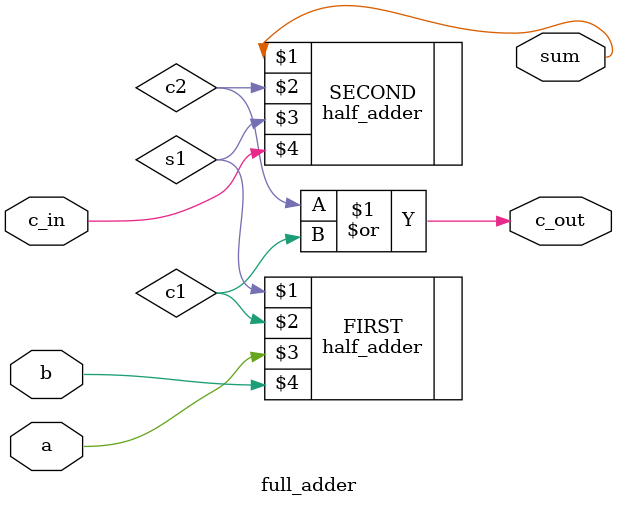
<source format=v>
`timescale 1ns / 1ps


module full_adder(c_out, sum, a, b, c_in);
    input a, b, c_in;
    output sum, c_out;
    wire c1, s1, c2;

    half_adder FIRST(s1, c1, a, b);
    half_adder SECOND(sum, c2, s1, c_in);
    
    or(c_out, c2, c1);
endmodule

</source>
